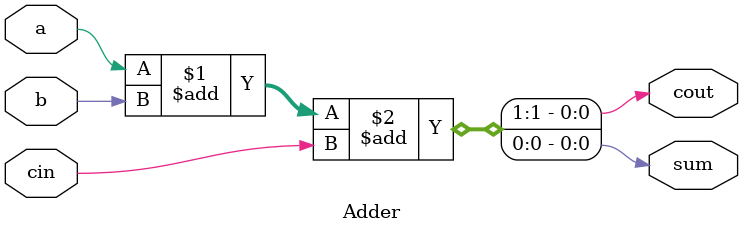
<source format=v>
/*Full Adder
				*/
`timescale 1ns / 1ps
module Adder(
    input a,
    input b,
    input cin,
    output sum,
    output cout
    );

	assign {cout, sum} = a+b+cin;	//Adding the operands and storing in sum and cout

endmodule 

</source>
